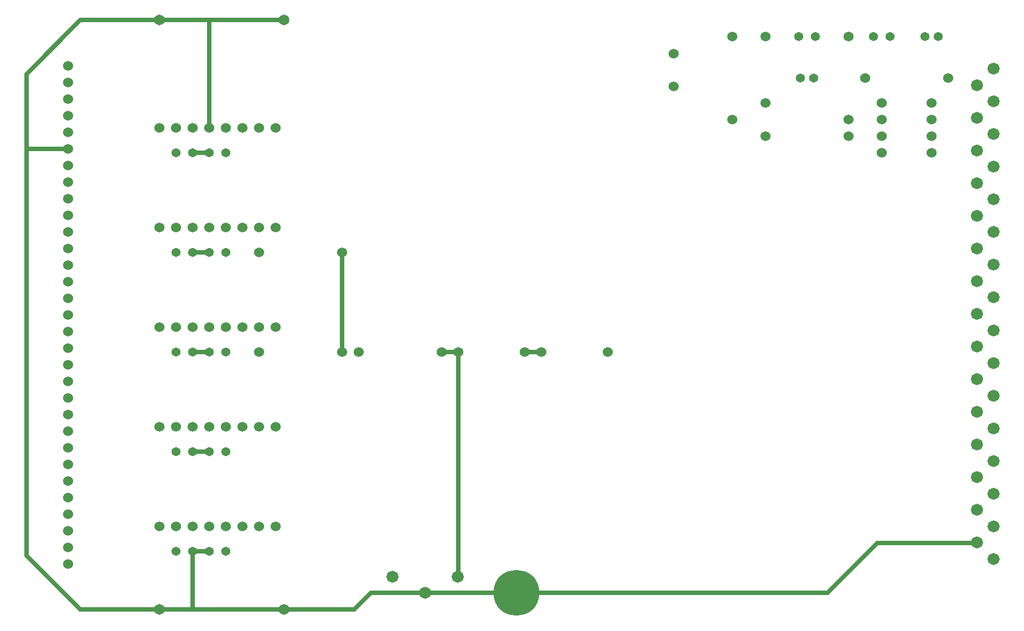
<source format=gbr>
G04 start of page 3 for group 1 idx 1 *
G04 Title: 26.003.00.01.01.pcb, solder *
G04 Creator: pcb 20100929 *
G04 CreationDate: Wed Mar 18 07:56:07 2015 UTC *
G04 For: bert *
G04 Format: Gerber/RS-274X *
G04 PCB-Dimensions: 649606 413386 *
G04 PCB-Coordinate-Origin: lower left *
%MOIN*%
%FSLAX25Y25*%
%LNBACK*%
%ADD11C,0.0600*%
%ADD12C,0.0540*%
%ADD13C,0.0650*%
%ADD14C,0.0720*%
%ADD15C,0.2760*%
%ADD16C,0.0380*%
%ADD17C,0.1460*%
%ADD18C,0.0200*%
%ADD19C,0.0400*%
%ADD20C,0.0360*%
%ADD21C,0.0320*%
%ADD22C,0.0280*%
%ADD23C,0.0520*%
%ADD24C,0.1100*%
%ADD25C,0.0250*%
G54D25*X120000Y73386D02*X130000D01*
X120000Y253386D02*X130000D01*
X120000Y193386D02*X130000D01*
X120000Y133386D02*X130000D01*
X20000Y360886D02*X52500Y393386D01*
X130000Y328386D02*Y393386D01*
X120000Y313386D02*X130000D01*
X20000Y70886D02*Y360886D01*
X175000Y393386D02*X52500D01*
X45000Y315886D02*X20000D01*
X120000Y73386D02*Y38386D01*
X52500D02*X20000Y70886D01*
X320000Y193386D02*X330000D01*
X210000D02*Y253386D01*
X280000Y58386D02*Y193386D01*
X270000D02*X280000D01*
X217500Y38386D02*X227500Y48386D01*
X502500D01*
X217500Y38386D02*X52500D01*
X532500Y78386D02*X502500Y48386D01*
X592500Y78386D02*X532500D01*
G54D11*X45000Y365886D03*
Y355886D03*
Y345886D03*
Y335886D03*
Y325886D03*
Y315886D03*
Y305886D03*
Y295886D03*
Y285886D03*
Y275886D03*
Y265886D03*
Y255886D03*
Y245886D03*
Y235886D03*
Y225886D03*
Y215886D03*
Y205886D03*
Y195886D03*
Y185886D03*
Y175886D03*
Y165886D03*
Y155886D03*
Y145886D03*
Y135886D03*
Y125886D03*
Y115886D03*
Y105886D03*
Y95886D03*
Y85886D03*
Y75886D03*
Y65886D03*
G54D12*X485079Y383386D03*
G54D13*X100000Y393386D03*
X175000D03*
G54D11*X515000Y383386D03*
X445000D03*
Y333386D03*
X409606Y353544D03*
Y373229D03*
G54D12*X493937Y358386D03*
X486063D03*
X494921Y383386D03*
G54D11*X465000D03*
Y343386D03*
X515000Y333386D03*
X465000Y323386D03*
X515000D03*
G54D12*X568937Y383386D03*
G54D11*X565000Y313386D03*
Y323386D03*
Y333386D03*
Y343386D03*
G54D12*X561063Y383386D03*
X539921D03*
X530079D03*
G54D11*X535000Y343386D03*
Y333386D03*
Y323386D03*
Y313386D03*
G54D14*X602360Y364174D03*
X592518Y354332D03*
X602360Y344489D03*
X592518Y334647D03*
G54D11*X525000Y358386D03*
X575000D03*
G54D14*X602360Y324804D03*
Y305119D03*
Y285434D03*
Y265749D03*
Y246064D03*
Y226379D03*
X592518Y314961D03*
Y295276D03*
Y275591D03*
Y255906D03*
Y236221D03*
Y216537D03*
Y196852D03*
G54D12*X139921Y313386D03*
X130079D03*
X119921D03*
X110079D03*
G54D11*X100000Y328386D03*
Y268386D03*
X110000Y328386D03*
X120000D03*
Y268386D03*
X130000Y328386D03*
Y268386D03*
X140000D03*
X150000D03*
X160000D03*
X170000D03*
X140000Y328386D03*
X150000D03*
X160000D03*
X170000D03*
G54D12*X119921Y253386D03*
X110079D03*
G54D11*X110000Y268386D03*
X100000Y208386D03*
X110000D03*
X120000D03*
X130000D03*
X140000D03*
X150000D03*
X160000D03*
X170000D03*
X330000Y193386D03*
X370000D03*
G54D14*X279685Y58228D03*
G54D11*X280000Y193386D03*
X320000D03*
G54D15*X315000Y48386D03*
G54D14*X260000D03*
G54D11*X270000Y193386D03*
G54D14*X602360Y206694D03*
Y187009D03*
Y167324D03*
Y147639D03*
X592518Y177167D03*
Y157481D03*
Y137796D03*
Y118111D03*
Y98426D03*
Y78741D03*
X602360Y127954D03*
Y108269D03*
Y88584D03*
Y68899D03*
X240315Y58228D03*
G54D11*X220000Y193386D03*
X160000D03*
X210000D03*
G54D12*X139921Y253386D03*
X130079D03*
G54D11*X160000D03*
X210000D03*
G54D12*X139921Y193386D03*
X130079D03*
X119921D03*
X110079D03*
G54D13*X100000Y38386D03*
X175000D03*
G54D12*X139921Y133386D03*
X130079D03*
X119921D03*
X110079D03*
G54D11*X100000Y148386D03*
X110000D03*
X120000D03*
X130000D03*
X140000D03*
X150000D03*
X160000D03*
X170000D03*
G54D12*X139921Y73386D03*
X130079D03*
X119921D03*
X110079D03*
G54D11*X100000Y88386D03*
X110000D03*
X120000D03*
X130000D03*
X140000D03*
X150000D03*
X160000D03*
X170000D03*
G54D16*G54D17*G54D16*G54D17*G54D18*G54D19*G54D17*G54D19*G54D20*G54D21*G54D18*G54D19*G54D21*G54D22*G54D21*G54D18*G54D22*G54D23*G54D24*G54D19*G54D23*G54D18*G54D16*G54D18*G54D16*G54D21*G54D23*G54D21*G54D17*G54D23*G54D19*G54D23*G54D24*G54D23*G54D19*G54D18*G54D19*G54D18*G54D19*G54D18*G54D16*G54D18*G54D16*M02*

</source>
